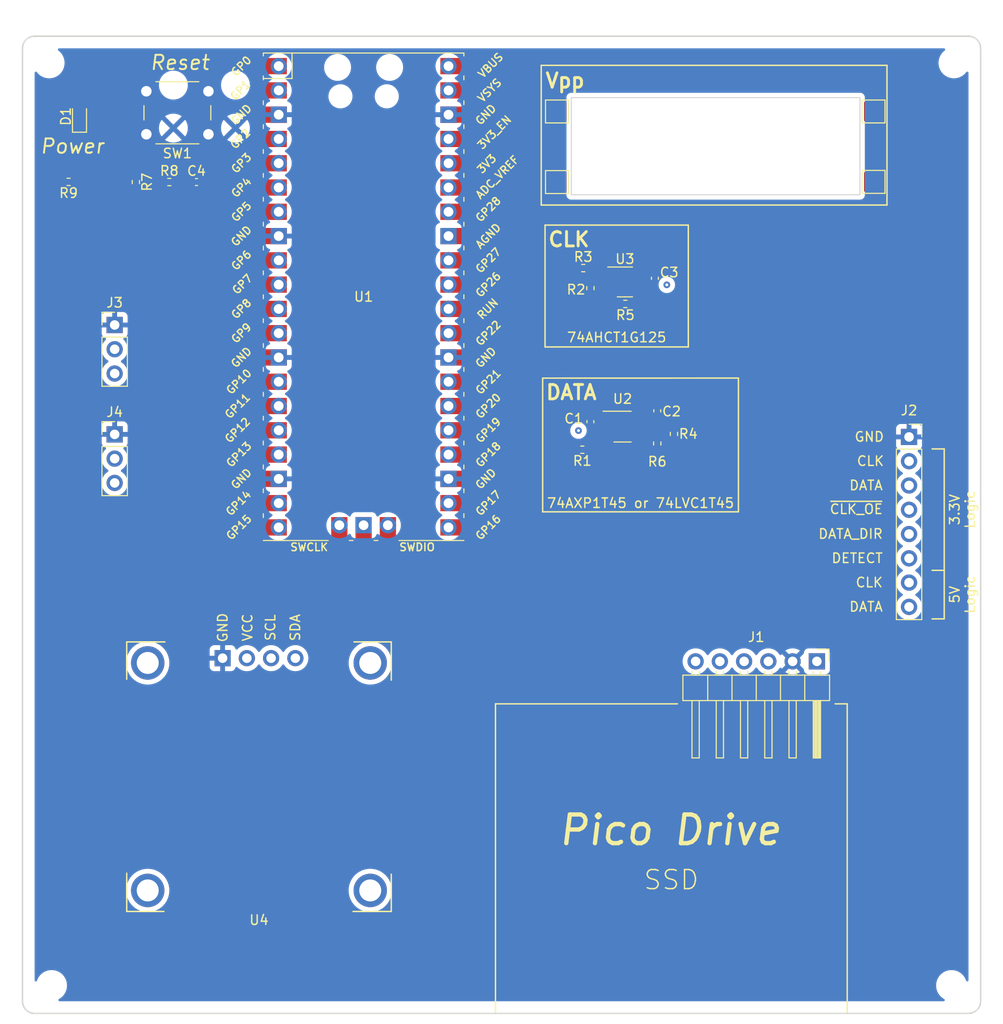
<source format=kicad_pcb>
(kicad_pcb (version 20211014) (generator pcbnew)
  (layers (0 "F.Cu" signal) (31 "B.Cu" power) (34 "B.Paste" user) (35 "F.Paste" user) (36 "B.SilkS" user "B.Silkscreen") (37 "F.SilkS" user "F.Silkscreen") (38 "B.Mask" user) (39 "F.Mask" user) (44 "Edge.Cuts" user))
  (net 0 "")
  (net 1 "GND")
  (net 2 "/UART0_TX")
  (net 21 "/UART0_RX")
  (net 22 "/I2C1_SDA")
  (net 23 "/I2C1_SCL")
  (net 24 "/UART1_TX")
  (net 25 "/UART1_RX")
  (net 28 "+3V3")
  (net 29 "+5V")
  (net 30 "/~{CLK_OE}")
  (net 31 "/~{RUN}")
  (net 32 "/DATA_3V3")
  (net 33 "/CLK_3V3")
  (net 34 "/DATA_DIR")
  (net 35 "/CLK_5V")
  (net 36 "/DATA_5V")
  (net 37 "Net-(R7-Pad2)")
  (net 38 "/Vpp_EN")
  (net 39 "/INSERT")
  (net 41 "Net-(D1-Pad2)")
  (footprint "Connector_PinHeader_2.54mm:PinHeader_1x03_P2.54mm_Vertical" (layer "F.Cu") (at 27.432 56.896)
    (fp_text reference "J4" (at 0 -2.33) (layer "F.SilkS"))
    (fp_text value "Conn_01x02_Male")
    (fp_line (start -1.33 1.27) (end -1.33 6.41) (layer "F.SilkS") (width 0.12))
    (fp_line (start 1.33 1.27) (end 1.33 6.41) (layer "F.SilkS") (width 0.12))
    (fp_line (start -1.33 6.41) (end 1.33 6.41) (layer "F.SilkS") (width 0.12))
    (fp_line (start -1.33 0) (end -1.33 -1.33) (layer "F.SilkS") (width 0.12))
    (fp_line (start -1.33 1.27) (end 1.33 1.27) (layer "F.SilkS") (width 0.12))
    (fp_line (start -1.33 -1.33) (end 0 -1.33) (layer "F.SilkS") (width 0.12))
    (pad "1" thru_hole rect (at 0 0) (size 1.7 1.7) (drill 1) (layers *.Cu *.Mask) (net 1 "GND"))
    (pad "2" thru_hole oval (at 0 2.54) (size 1.7 1.7) (drill 1) (layers *.Cu *.Mask) (net 24 "/UART1_TX"))
    (pad "3" thru_hole oval (at 0 5.08) (size 1.7 1.7) (drill 1) (layers *.Cu *.Mask) (net 25 "/UART1_RX"))
  )
  (footprint "Resistor_SMD:R_0402_1005Metric_Pad0.72x0.64mm_HandSolder" (layer "F.Cu") (at 86 56.8475 -90)
    (fp_text reference "R4" (at 0 -1.5 180) (layer "F.SilkS"))
    (fp_text value "47k")
    (fp_line (start -0.167621 -0.38) (end 0.167621 -0.38) (layer "F.SilkS") (width 0.12))
    (fp_line (start -0.167621 0.38) (end 0.167621 0.38) (layer "F.SilkS") (width 0.12))
    (pad "1" smd roundrect (at -0.5975 0 270) (size 0.715 0.64) (layers "F.Cu" "F.Paste" "F.Mask") (net 34 "/DATA_DIR"))
    (pad "2" smd roundrect (at 0.5975 0 270) (size 0.715 0.64) (layers "F.Cu" "F.Paste" "F.Mask") (net 1 "GND"))
  )
  (footprint "MountingHole:MountingHole_2.2mm_M2" (layer "F.Cu") (at 20.574 18.034)
    (fp_text reference "H2" hide)
    (fp_text value "MountingHole")
    (pad "" np_thru_hole circle (at 0 0) (size 2.2 2.2) (drill 2.2) (layers *.Cu *.Mask))
  )
  (footprint "Connector_PinHeader_2.54mm:PinHeader_1x06_P2.54mm_Horizontal" (layer "F.Cu") (at 100.965 80.645 -90)
    (fp_text reference "J1" (at -2.54 6.35 180) (layer "F.SilkS"))
    (fp_text value "Conn_01x06_Male")
    (fp_line (start 1.042929 13.08) (end 1.44 13.08) (layer "F.SilkS") (width 0.12))
    (fp_line (start 10.1 7.24) (end 10.1 8) (layer "F.SilkS") (width 0.12))
    (fp_line (start 4.1 0.04) (end 10.1 0.04) (layer "F.SilkS") (width 0.12))
    (fp_line (start 4.1 0.28) (end 10.1 0.28) (layer "F.SilkS") (width 0.12))
    (fp_line (start 4.1 7.24) (end 10.1 7.24) (layer "F.SilkS") (width 0.12))
    (fp_line (start 10.1 13.08) (end 4.1 13.08) (layer "F.SilkS") (width 0.12))
    (fp_line (start 10.1 4.7) (end 10.1 5.46) (layer "F.SilkS") (width 0.12))
    (fp_line (start -1.27 -1.27) (end 0 -1.27) (layer "F.SilkS") (width 0.12))
    (fp_line (start 10.1 5.46) (end 4.1 5.46) (layer "F.SilkS") (width 0.12))
    (fp_line (start 10.1 -0.38) (end 10.1 0.38) (layer "F.SilkS") (width 0.12))
    (fp_line (start 4.1 0.16) (end 10.1 0.16) (layer "F.SilkS") (width 0.12))
    (fp_line (start 4.1 4.7) (end 10.1 4.7) (layer "F.SilkS") (width 0.12))
    (fp_line (start 1.44 -1.33) (end 1.44 14.03) (layer "F.SilkS") (width 0.12))
    (fp_line (start 4.1 -0.2) (end 10.1 -0.2) (layer "F.SilkS") (width 0.12))
    (fp_line (start 10.1 8) (end 4.1 8) (layer "F.SilkS") (width 0.12))
    (fp_line (start 1.042929 2.16) (end 1.44 2.16) (layer "F.SilkS") (width 0.12))
    (fp_line (start 10.1 10.54) (end 4.1 10.54) (layer "F.SilkS") (width 0.12))
    (fp_line (start 1.44 8.89) (end 4.1 8.89) (layer "F.SilkS") (width 0.12))
    (fp_line (start 4.1 14.03) (end 4.1 -1.33) (layer "F.SilkS") (width 0.12))
    (fp_line (start 4.1 -0.32) (end 10.1 -0.32) (layer "F.SilkS") (width 0.12))
    (fp_line (start 1.042929 8) (end 1.44 8) (layer "F.SilkS") (width 0.12))
    (fp_line (start 1.042929 2.92) (end 1.44 2.92) (layer "F.SilkS") (width 0.12))
    (fp_line (start 1.042929 12.32) (end 1.44 12.32) (layer "F.SilkS") (width 0.12))
    (fp_line (start 4.1 12.32) (end 10.1 12.32) (layer "F.SilkS") (width 0.12))
    (fp_line (start -1.27 0) (end -1.27 -1.27) (layer "F.SilkS") (width 0.12))
    (fp_line (start 10.1 2.92) (end 4.1 2.92) (layer "F.SilkS") (width 0.12))
    (fp_line (start 10.1 2.16) (end 10.1 2.92) (layer "F.SilkS") (width 0.12))
    (fp_line (start 1.11 0.38) (end 1.44 0.38) (layer "F.SilkS") (width 0.12))
    (fp_line (start 4.1 -0.38) (end 10.1 -0.38) (layer "F.SilkS") (width 0.12))
    (fp_line (start 1.44 11.43) (end 4.1 11.43) (layer "F.SilkS") (width 0.12))
    (fp_line (start 1.44 6.35) (end 4.1 6.35) (layer "F.SilkS") (width 0.12))
    (fp_line (start 4.1 -1.33) (end 1.44 -1.33) (layer "F.SilkS") (width 0.12))
    (fp_line (start 1.44 1.27) (end 4.1 1.27) (layer "F.SilkS") (width 0.12))
    (fp_line (start 1.44 3.81) (end 4.1 3.81) (layer "F.SilkS") (width 0.12))
    (fp_line (start 10.1 12.32) (end 10.1 13.08) (layer "F.SilkS") (width 0.12))
    (fp_line (start 4.1 2.16) (end 10.1 2.16) (layer "F.SilkS") (width 0.12))
    (fp_line (start 1.042929 10.54) (end 1.44 10.54) (layer "F.SilkS") (width 0.12))
    (fp_line (start 1.11 -0.38) (end 1.44 -0.38) (layer "F.SilkS") (width 0.12))
    (fp_line (start 10.1 9.78) (end 10.1 10.54) (layer "F.SilkS") (width 0.12))
    (fp_line (start 1.44 14.03) (end 4.1 14.03) (layer "F.SilkS") (width 0.12))
    (fp_line (start 1.042929 9.78) (end 1.44 9.78) (layer "F.SilkS") (width 0.12))
    (fp_line (start 4.1 9.78) (end 10.1 9.78) (layer "F.SilkS") (width 0.12))
    (fp_line (start 4.1 -0.08) (end 10.1 -0.08) (layer "F.SilkS") (width 0.12))
    (fp_line (start 1.042929 5.46) (end 1.44 5.46) (layer "F.SilkS") (width 0.12))
    (fp_line (start 10.1 0.38) (end 4.1 0.38) (layer "F.SilkS") (width 0.12))
    (fp_line (start 1.042929 7.24) (end 1.44 7.24) (layer "F.SilkS") (width 0.12))
    (fp_line (start 1.042929 4.7) (end 1.44 4.7) (layer "F.SilkS") (width 0.12))
    (pad "1" thru_hole rect (at 0 0 270) (size 1.7 1.7) (drill 1) (layers *.Cu *.Mask) (net 35 "/CLK_5V"))
    (pad "2" thru_hole circle (at 0 2.54 270) (size 1.7 1.7) (drill 1) (layers *.Cu *.Mask) (net 1 "GND"))
    (pad "3" thru_hole oval (at 0 5.08 270) (size 1.7 1.7) (drill 1) (layers *.Cu *.Mask))
    (pad "4" thru_hole oval (at 0 7.62 270) (size 1.7 1.7) (drill 1) (layers *.Cu *.Mask))
    (pad "5" thru_hole oval (at 0 10.16 270) (size 1.7 1.7) (drill 1) (layers *.Cu *.Mask) (net 29 "+5V"))
    (pad "6" thru_hole oval (at 0 12.7 270) (size 1.7 1.7) (drill 1) (layers *.Cu *.Mask) (net 36 "/DATA_5V"))
  )
  (footprint "Resistor_SMD:R_0402_1005Metric_Pad0.72x0.64mm_HandSolder" (layer "F.Cu") (at 80.9025 43.25 180)
    (fp_text reference "R5" (at 0 -1.17) (layer "F.SilkS"))
    (fp_text value "47k")
    (fp_line (start -0.167621 0.38) (end 0.167621 0.38) (layer "F.SilkS") (width 0.12))
    (fp_line (start -0.167621 -0.38) (end 0.167621 -0.38) (layer "F.SilkS") (width 0.12))
    (pad "1" smd roundrect (at -0.5975 0 180) (size 0.715 0.64) (layers "F.Cu" "F.Paste" "F.Mask") (net 35 "/CLK_5V"))
    (pad "2" smd roundrect (at 0.5975 0 180) (size 0.715 0.64) (layers "F.Cu" "F.Paste" "F.Mask") (net 1 "GND"))
  )
  (footprint "MountingHole:MountingHole_2.2mm_M2" (layer "F.Cu") (at 115.062 114.554)
    (fp_text reference "H4" hide)
    (fp_text value "MountingHole")
    (pad "" np_thru_hole circle (at 0 0) (size 2.2 2.2) (drill 2.2) (layers *.Cu *.Mask))
  )
  (footprint "LED_SMD:LED_0603_1608Metric_Pad1.05x0.95mm_HandSolder" (layer "F.Cu") (at 23.75 23.625 90)
    (fp_text reference "D1" (at 0 -1.43 90) (layer "F.SilkS"))
    (fp_text value "LED")
    (fp_line (start 0.8 -0.735) (end -1.66 -0.735) (layer "F.SilkS") (width 0.12))
    (fp_line (start -1.66 -0.735) (end -1.66 0.735) (layer "F.SilkS") (width 0.12))
    (fp_line (start -1.66 0.735) (end 0.8 0.735) (layer "F.SilkS") (width 0.12))
    (pad "1" smd roundrect (at -0.875 0 90) (size 1.05 0.95) (layers "F.Cu" "F.Paste" "F.Mask") (net 1 "GND"))
    (pad "2" smd roundrect (at 0.875 0 90) (size 1.05 0.95) (layers "F.Cu" "F.Paste" "F.Mask") (net 41 "Net-(D1-Pad2)"))
  )
  (footprint "RP-Pico Libraries:RPi_Pico_SMD_TH" (layer "F.Cu") (at 53.5 42.5)
    (fp_text reference "U1" (at 0 0) (layer "F.SilkS"))
    (fp_text value "Pico")
    (fp_text user "SWDIO" (at 5.6 26.2) (layer "F.SilkS") (effects (font (size 0.8 0.8))))
    (fp_text user "GND" (at 12.8 19.05 45) (layer "F.SilkS") (effects (font (size 0.8 0.8))))
    (fp_text user "AGND" (at 13.054 -6.35 45) (layer "F.SilkS") (effects (font (size 0.8 0.8))))
    (fp_text user "VSYS" (at 13.2 -21.59 45) (layer "F.SilkS") (effects (font (size 0.8 0.8))))
    (fp_text user "GP20" (at 13.054 11.43 45) (layer "F.SilkS") (effects (font (size 0.8 0.8))))
    (fp_text user "GND" (at -12.8 -19.05 45) (layer "F.SilkS") (effects (font (size 0.8 0.8))))
    (fp_text user "GP0" (at -12.8 -24.13 45) (layer "F.SilkS") (effects (font (size 0.8 0.8))))
    (fp_text user "GP16" (at 13.054 24.13 45) (layer "F.SilkS") (effects (font (size 0.8 0.8))))
    (fp_text user "GP26" (at 13.054 -1.27 45) (layer "F.SilkS") (effects (font (size 0.8 0.8))))
    (fp_text user "GND" (at 12.8 -19.05 45) (layer "F.SilkS") (effects (font (size 0.8 0.8))))
    (fp_text user "GP14" (at -13.1 21.59 45) (layer "F.SilkS") (effects (font (size 0.8 0.8))))
    (fp_text user "GP2" (at -12.9 -16.51 45) (layer "F.SilkS") (effects (font (size 0.8 0.8))))
    (fp_text user "GND" (at -12.8 19.05 45) (layer "F.SilkS") (effects (font (size 0.8 0.8))))
    (fp_text user "VBUS" (at 13.3 -24.2 45) (layer "F.SilkS") (effects (font (size 0.8 0.8))))
    (fp_text user "GP8" (at -12.8 1.27 45) (layer "F.SilkS") (effects (font (size 0.8 0.8))))
    (fp_text user "GP18" (at 13.054 16.51 45) (layer "F.SilkS") (effects (font (size 0.8 0.8))))
    (fp_text user "GP17" (at 13.054 21.59 45) (layer "F.SilkS") (effects (font (size 0.8 0.8))))
    (fp_text user "SWCLK" (at -5.7 26.2) (layer "F.SilkS") (effects (font (size 0.8 0.8))))
    (fp_text user "GP13" (at -13.054 16.51 45) (layer "F.SilkS") (effects (font (size 0.8 0.8))))
    (fp_text user "GND" (at -12.8 -6.35 45) (layer "F.SilkS") (effects (font (size 0.8 0.8))))
    (fp_text user "GP27" (at 13.054 -3.8 45) (layer "F.SilkS") (effects (font (size 0.8 0.8))))
    (fp_text user "GP19" (at 13.054 13.97 45) (layer "F.SilkS") (effects (font (size 0.8 0.8))))
    (fp_text user "GP22" (at 13.054 3.81 45) (layer "F.SilkS") (effects (font (size 0.8 0.8))))
    (fp_text user "GP12" (at -13.2 13.97 45) (layer "F.SilkS") (effects (font (size 0.8 0.8))))
    (fp_text user "ADC_VREF" (at 14 -12.5 45) (layer "F.SilkS") (effects (font (size 0.8 0.8))))
    (fp_text user "GND" (at -12.8 6.35 45) (layer "F.SilkS") (effects (font (size 0.8 0.8))))
    (fp_text user "GP7" (at -12.7 -1.3 45) (layer "F.SilkS") (effects (font (size 0.8 0.8))))
    (fp_text user "GP9" (at -12.8 3.81 45) (layer "F.SilkS") (effects (font (size 0.8 0.8))))
    (fp_text user "GP15" (at -13.054 24.13 45) (layer "F.SilkS") (effects (font (size 0.8 0.8))))
    (fp_text user "GP6" (at -12.8 -3.81 45) (layer "F.SilkS") (effects (font (size 0.8 0.8))))
    (fp_text user "RUN" (at 13 1.27 45) (layer "F.SilkS") (effects (font (size 0.8 0.8))))
    (fp_text user "GND" (at 12.8 6.35 45) (layer "F.SilkS") (effects (font (size 0.8 0.8))))
    (fp_text user "GP4" (at -12.8 -11.43 45) (layer "F.SilkS") (effects (font (size 0.8 0.8))))
    (fp_text user "GP10" (at -13.054 8.89 45) (layer "F.SilkS") (effects (font (size 0.8 0.8))))
    (fp_text user "3V3" (at 12.9 -13.9 45) (layer "F.SilkS") (effects (font (size 0.8 0.8))))
    (fp_text user "GP28" (at 13.054 -9.144 45) (layer "F.SilkS") (effects (font (size 0.8 0.8))))
    (fp_text user "GP5" (at -12.8 -8.89 45) (layer "F.SilkS") (effects (font (size 0.8 0.8))))
    (fp_text user "GP3" (at -12.8 -13.97 45) (layer "F.SilkS") (effects (font (size 0.8 0.8))))
    (fp_text user "GP1" (at -12.9 -21.6 45) (layer "F.SilkS") (effects (font (size 0.8 0.8))))
    (fp_text user "3V3_EN" (at 13.7 -17.2 45) (layer "F.SilkS") (effects (font (size 0.8 0.8))))
    (fp_text user "GP11" (at -13.2 11.43 45) (layer "F.SilkS") (effects (font (size 0.8 0.8))))
    (fp_text user "GP21" (at 13.054 8.9 45) (layer "F.SilkS") (effects (font (size 0.8 0.8))))
    (fp_line (start 10.5 15.1) (end 10.5 15.5) (layer "F.SilkS") (width 0.12))
    (fp_line (start -10.5 4.9) (end -10.5 5.3) (layer "F.SilkS") (width 0.12))
    (fp_line (start -10.5 -25.5) (end -10.5 -25.2) (layer "F.SilkS") (width 0.12))
    (fp_line (start 10.5 12.5) (end 10.5 12.9) (layer "F.SilkS") (width 0.12))
    (fp_line (start -10.5 -0.2) (end -10.5 0.2) (layer "F.SilkS") (width 0.12))
    (fp_line (start 10.5 -15.4) (end 10.5 -15) (layer "F.SilkS") (width 0.12))
    (fp_line (start 10.5 -20.5) (end 10.5 -20.1) (layer "F.SilkS") (width 0.12))
    (fp_line (start 10.5 -18) (end 10.5 -17.6) (layer "F.SilkS") (width 0.12))
    (fp_line (start 10.5 -2.7) (end 10.5 -2.3) (layer "F.SilkS") (width 0.12))
    (fp_line (start -10.5 15.1) (end -10.5 15.5) (layer "F.SilkS") (width 0.12))
    (fp_line (start -10.5 -23.1) (end -10.5 -22.7) (layer "F.SilkS") (width 0.12))
    (fp_line (start -10.5 12.5) (end -10.5 12.9) (layer "F.SilkS") (width 0.12))
    (fp_line (start 10.5 -7.8) (end 10.5 -7.4) (layer "F.SilkS") (width 0.12))
    (fp_line (start -10.5 -15.4) (end -10.5 -15) (layer "F.SilkS") (width 0.12))
    (fp_line (start -3.7 25.5) (end -10.5 25.5) (layer "F.SilkS") (width 0.12))
    (fp_line (start 10.5 -23.1) (end 10.5 -22.7) (layer "F.SilkS") (width 0.12))
    (fp_line (start 10.5 -12.9) (end 10.5 -12.5) (layer "F.SilkS") (width 0.12))
    (fp_line (start 10.5 -0.2) (end 10.5 0.2) (layer "F.SilkS") (width 0.12))
    (fp_line (start 10.5 7.4) (end 10.5 7.8) (layer "F.SilkS") (width 0.12))
    (fp_line (start -10.5 -18) (end -10.5 -17.6) (layer "F.SilkS") (width 0.12))
    (fp_line (start -10.5 2.3) (end -10.5 2.7) (layer "F.SilkS") (width 0.12))
    (fp_line (start -10.5 -20.5) (end -10.5 -20.1) (layer "F.SilkS") (width 0.12))
    (fp_line (start -10.5 -2.7) (end -10.5 -2.3) (layer "F.SilkS") (width 0.12))
    (fp_line (start -10.5 17.6) (end -10.5 18) (layer "F.SilkS") (width 0.12))
    (fp_line (start 10.5 25.5) (end 3.7 25.5) (layer "F.SilkS") (width 0.12))
    (fp_line (start -1.5 25.5) (end -1.1 25.5) (layer "F.SilkS") (width 0.12))
    (fp_line (start 10.5 17.6) (end 10.5 18) (layer "F.SilkS") (width 0.12))
    (fp_line (start 10.5 -10.4) (end 10.5 -10) (layer "F.SilkS") (width 0.12))
    (fp_line (start 10.5 10) (end 10.5 10.4) (layer "F.SilkS") (width 0.12))
    (fp_line (start -10.5 -5.3) (end -10.5 -4.9) (layer "F.SilkS") (width 0.12))
    (fp_line (start -7.493 -22.833) (end -7.493 -25.5) (layer "F.SilkS") (width 0.12))
    (fp_line (start -10.5 -10.4) (end -10.5 -10) (layer "F.SilkS") (width 0.12))
    (fp_line (start -10.5 20.1) (end -10.5 20.5) (layer "F.SilkS") (width 0.12))
    (fp_line (start -10.5 7.4) (end -10.5 7.8) (layer "F.SilkS") (width 0.12))
    (fp_line (start 10.5 4.9) (end 10.5 5.3) (layer "F.SilkS") (width 0.12))
    (fp_line (start -10.5 22.7) (end -10.5 23.1) (layer "F.SilkS") (width 0.12))
    (fp_line (start 10.5 20.1) (end 10.5 20.5) (layer "F.SilkS") (width 0.12))
    (fp_line (start 1.1 25.5) (end 1.5 25.5) (layer "F.SilkS") (width 0.12))
    (fp_line (start -10.5 -12.9) (end -10.5 -12.5) (layer "F.SilkS") (width 0.12))
    (fp_line (start 10.5 -25.5) (end 10.5 -25.2) (layer "F.SilkS") (width 0.12))
    (fp_line (start -10.5 10) (end -10.5 10.4) (layer "F.SilkS") (width 0.12))
    (fp_line (start 10.5 22.7) (end 10.5 23.1) (layer "F.SilkS") (width 0.12))
    (fp_line (start -10.5 -25.5) (end 10.5 -25.5) (layer "F.SilkS") (width 0.12))
    (fp_line (start 10.5 -5.3) (end 10.5 -4.9) (layer "F.SilkS") (width 0.12))
    (fp_line (start 10.5 2.3) (end 10.5 2.7) (layer "F.SilkS") (width 0.12))
    (fp_line (start -10.5 -7.8) (end -10.5 -7.4) (layer "F.SilkS") (width 0.12))
    (fp_line (start -10.5 -22.833) (end -7.493 -22.833) (layer "F.SilkS") (width 0.12))
    (pad "" np_thru_hole oval (at 2.425 -20.97) (size 1.5 1.5) (drill 1.5) (layers *.Cu *.Mask))
    (pad "" np_thru_hole oval (at 2.725 -24) (size 1.8 1.8) (drill 1.8) (layers *.Cu *.Mask))
    (pad "" np_thru_hole oval (at -2.725 -24) (size 1.8 1.8) (drill 1.8) (layers *.Cu *.Mask))
    (pad "" np_thru_hole oval (at -2.425 -20.97) (size 1.5 1.5) (drill 1.5) (layers *.Cu *.Mask))
    (pad "1" smd rect (at -8.89 -24.13) (size 3.5 1.7) (drill (offset -0.9 0)) (layers "F.Cu" "F.Mask") (net 2 "/UART0_TX"))
    (pad "1" thru_hole oval (at -8.89 -24.13) (size 1.7 1.7) (drill 1.02) (layers *.Cu *.Mask) (net 2 "/UART0_TX"))
    (pad "2" smd rect (at -8.89 -21.59) (size 3.5 1.7) (drill (offset -0.9 0)) (layers "F.Cu" "F.Mask") (net 21 "/UART0_RX"))
    (pad "2" thru_hole oval (at -8.89 -21.59) (size 1.7 1.7) (drill 1.02) (layers *.Cu *.Mask) (net 21 "/UART0_RX"))
    (pad "3" smd rect (at -8.89 -19.05) (size 3.5 1.7) (drill (offset -0.9 0)) (layers "F.Cu" "F.Mask") (net 1 "GND"))
    (pad "3" thru_hole rect (at -8.89 -19.05) (size 1.7 1.7) (drill 1.02) (layers *.Cu *.Mask) (net 1 "GND"))
    (pad "4" thru_hole oval (at -8.89 -16.51) (size 1.7 1.7) (drill 1.02) (layers *.Cu *.Mask))
    (pad "4" smd rect (at -8.89 -16.51) (size 3.5 1.7) (drill (offset -0.9 0)) (layers "F.Cu" "F.Mask"))
    (pad "5" smd rect (at -8.89 -13.97) (size 3.5 1.7) (drill (offset -0.9 0)) (layers "F.Cu" "F.Mask"))
    (pad "5" thru_hole oval (at -8.89 -13.97) (size 1.7 1.7) (drill 1.02) (layers *.Cu *.Mask))
    (pad "6" thru_hole oval (at -8.89 -11.43) (size 1.7 1.7) (drill 1.02) (layers *.Cu *.Mask))
    (pad "6" smd rect (at -8.89 -11.43) (size 3.5 1.7) (drill (offset -0.9 0)) (layers "F.Cu" "F.Mask"))
    (pad "7" smd rect (at -8.89 -8.89) (size 3.5 1.7) (drill (offset -0.9 0)) (layers "F.Cu" "F.Mask"))
    (pad "7" thru_hole oval (at -8.89 -8.89) (size 1.7 1.7) (drill 1.02) (layers *.Cu *.Mask))
    (pad "8" thru_hole rect (at -8.89 -6.35) (size 1.7 1.7) (drill 1.02) (layers *.Cu *.Mask) (net 1 "GND"))
    (pad "8" smd rect (at -8.89 -6.35) (size 3.5 1.7) (drill (offset -0.9 0)) (layers "F.Cu" "F.Mask") (net 1 "GND"))
    (pad "9" smd rect (at -8.89 -3.81) (size 3.5 1.7) (drill (offset -0.9 0)) (layers "F.Cu" "F.Mask") (net 22 "/I2C1_SDA"))
    (pad "9" thru_hole oval (at -8.89 -3.81) (size 1.7 1.7) (drill 1.02) (layers *.Cu *.Mask) (net 22 "/I2C1_SDA"))
    (pad "10" thru_hole oval (at -8.89 -1.27) (size 1.7 1.7) (drill 1.02) (layers *.Cu *.Mask) (net 23 "/I2C1_SCL"))
    (pad "10" smd rect (at -8.89 -1.27) (size 3.5 1.7) (drill (offset -0.9 0)) (layers "F.Cu" "F.Mask") (net 23 "/I2C1_SCL"))
    (pad "11" smd rect (at -8.89 1.27) (size 3.5 1.7) (drill (offset -0.9 0)) (layers "F.Cu" "F.Mask") (net 24 "/UART1_TX"))
    (pad "11" thru_hole oval (at -8.89 1.27) (size 1.7 1.7) (drill 1.02) (layers *.Cu *.Mask) (net 24 "/UART1_TX"))
    (pad "12" smd rect (at -8.89 3.81) (size 3.5 1.7) (drill (offset -0.9 0)) (layers "F.Cu" "F.Mask") (net 25 "/UART1_RX"))
    (pad "12" thru_hole oval (at -8.89 3.81) (size 1.7 1.7) (drill 1.02) (layers *.Cu *.Mask) (net 25 "/UART1_RX"))
    (pad "13" smd rect (at -8.89 6.35) (size 3.5 1.7) (drill (offset -0.9 0)) (layers "F.Cu" "F.Mask") (net 1 "GND"))
    (pad "13" thru_hole rect (at -8.89 6.35) (size 1.7 1.7) (drill 1.02) (layers *.Cu *.Mask) (net 1 "GND"))
    (pad "14" thru_hole oval (at -8.89 8.89) (size 1.7 1.7) (drill 1.02) (layers *.Cu *.Mask))
    (pad "14" smd rect (at -8.89 8.89) (size 3.5 1.7) (drill (offset -0.9 0)) (layers "F.Cu" "F.Mask"))
    (pad "15" smd rect (at -8.89 11.43) (size 3.5 1.7) (drill (offset -0.9 0)) (layers "F.Cu" "F.Mask"))
    (pad "15" thru_hole oval (at -8.89 11.43) (size 1.7 1.7) (drill 1.02) (layers *.Cu *.Mask))
    (pad "16" thru_hole oval (at -8.89 13.97) (size 1.7 1.7) (drill 1.02) (layers *.Cu *.Mask))
    (pad "16" smd rect (at -8.89 13.97) (size 3.5 1.7) (drill (offset -0.9 0)) (layers "F.Cu" "F.Mask"))
    (pad "17" thru_hole oval (at -8.89 16.51) (size 1.7 1.7) (drill 1.02) (layers *.Cu *.Mask))
    (pad "17" smd rect (at -8.89 16.51) (size 3.5 1.7) (drill (offset -0.9 0)) (layers "F.Cu" "F.Mask"))
    (pad "18" smd rect (at -8.89 19.05) (size 3.5 1.7) (drill (offset -0.9 0)) (layers "F.Cu" "F.Mask") (net 1 "GND"))
    (pad "18" thru_hole rect (at -8.89 19.05) (size 1.7 1.7) (drill 1.02) (layers *.Cu *.Mask) (net 1 "GND"))
    (pad "19" thru_hole oval (at -8.89 21.59) (size 1.7 1.7) (drill 1.02) (layers *.Cu *.Mask))
    (pad "19" smd rect (at -8.89 21.59) (size 3.5 1.7) (drill (offset -0.9 0)) (layers "F.Cu" "F.Mask"))
    (pad "20" thru_hole oval (at -8.89 24.13) (size 1.7 1.7) (drill 1.02) (layers *.Cu *.Mask))
    (pad "20" smd rect (at -8.89 24.13) (size 3.5 1.7) (drill (offset -0.9 0)) (layers "F.Cu" "F.Mask"))
    (pad "21" smd rect (at 8.89 24.13) (size 3.5 1.7) (drill (offset 0.9 0)) (layers "F.Cu" "F.Mask") (net 33 "/CLK_3V3"))
    (pad "21" thru_hole oval (at 8.89 24.13) (size 1.7 1.7) (drill 1.02) (layers *.Cu *.Mask) (net 33 "/CLK_3V3"))
    (pad "22" thru_hole oval (at 8.89 21.59) (size 1.7 1.7) (drill 1.02) (layers *.Cu *.Mask) (net 32 "/DATA_3V3"))
    (pad "22" smd rect (at 8.89 21.59) (size 3.5 1.7) (drill (offset 0.9 0)) (layers "F.Cu" "F.Mask") (net 32 "/DATA_3V3"))
    (pad "23" thru_hole rect (at 8.89 19.05) (size 1.7 1.7) (drill 1.02) (layers *.Cu *.Mask) (net 1 "GND"))
    (pad "23" smd rect (at 8.89 19.05) (size 3.5 1.7) (drill (offset 0.9 0)) (layers "F.Cu" "F.Mask") (net 1 "GND"))
    (pad "24" smd rect (at 8.89 16.51) (size 3.5 1.7) (drill (offset 0.9 0)) (layers "F.Cu" "F.Mask") (net 34 "/DATA_DIR"))
    (pad "24" thru_hole oval (at 8.89 16.51) (size 1.7 1.7) (drill 1.02) (layers *.Cu *.Mask) (net 34 "/DATA_DIR"))
    (pad "25" smd rect (at 8.89 13.97) (size 3.5 1.7) (drill (offset 0.9 0)) (layers "F.Cu" "F.Mask") (net 30 "/~{CLK_OE}"))
    (pad "25" thru_hole oval (at 8.89 13.97) (size 1.7 1.7) (drill 1.02) (layers *.Cu *.Mask) (net 30 "/~{CLK_OE}"))
    (pad "26" smd rect (at 8.89 11.43) (size 3.5 1.7) (drill (offset 0.9 0)) (layers "F.Cu" "F.Mask") (net 38 "/Vpp_EN"))
    (pad "26" thru_hole oval (at 8.89 11.43) (size 1.7 1.7) (drill 1.02) (layers *.Cu *.Mask) (net 38 "/Vpp_EN"))
    (pad "27" smd rect (at 8.89 8.89) (size 3.5 1.7) (drill (offset 0.9 0)) (layers "F.Cu" "F.Mask") (net 39 "/INSERT"))
    (pad "27" thru_hole oval (at 8.89 8.89) (size 1.7 1.7) (drill 1.02) (layers *.Cu *.Mask) (net 39 "/INSERT"))
    (pad "28" thru_hole rect (at 8.89 6.35) (size 1.7 1.7) (drill 1.02) (layers *.Cu *.Mask) (net 1 "GND"))
    (pad "28" smd rect (at 8.89 6.35) (size 3.5 1.7) (drill (offset 0.9 0)) (layers "F.Cu" "F.Mask") (net 1 "GND"))
    (pad "29" smd rect (at 8.89 3.81) (size 3.5 1.7) (drill (offset 0.9 0)) (layers "F.Cu" "F.Mask"))
    (pad "29" thru_hole oval (at 8.89 3.81) (size 1.7 1.7) (drill 1.02) (layers *.Cu *.Mask))
    (pad "30" thru_hole oval (at 8.89 1.27) (size 1.7 1.7) (drill 1.02) (layers *.Cu *.Mask) (net 31 "/~{RUN}"))
    (pad "30" smd rect (at 8.89 1.27) (size 3.5 1.7) (drill (offset 0.9 0)) (layers "F.Cu" "F.Mask") (net 31 "/~{RUN}"))
    (pad "31" smd rect (at 8.89 -1.27) (size 3.5 1.7) (drill (offset 0.9 0)) (layers "F.Cu" "F.Mask"))
    (pad "31" thru_hole oval (at 8.89 -1.27) (size 1.7 1.7) (drill 1.02) (layers *.Cu *.Mask))
    (pad "32" thru_hole oval (at 8.89 -3.81) (size 1.7 1.7) (drill 1.02) (layers *.Cu *.Mask))
    (pad "32" smd rect (at 8.89 -3.81) (size 3.5 1.7) (drill (offset 0.9 0)) (layers "F.Cu" "F.Mask"))
    (pad "33" thru_hole rect (at 8.89 -6.35) (size 1.7 1.7) (drill 1.02) (layers *.Cu *.Mask))
    (pad "33" smd rect (at 8.89 -6.35) (size 3.5 1.7) (drill (offset 0.9 0)) (layers "F.Cu" "F.Mask"))
    (pad "34" thru_hole oval (at 8.89 -8.89) (size 1.7 1.7) (drill 1.02) (layers *.Cu *.Mask))
    (pad "34" smd rect (at 8.89 -8.89) (size 3.5 1.7) (drill (offset 0.9 0)) (layers "F.Cu" "F.Mask"))
    (pad "35" thru_hole oval (at 8.89 -11.43) (size 1.7 1.7) (drill 1.02) (layers *.Cu *.Mask))
    (pad "35" smd rect (at 8.89 -11.43) (size 3.5 1.7) (drill (offset 0.9 0)) (layers "F.Cu" "F.Mask"))
    (pad "36" thru_hole oval (at 8.89 -13.97) (size 1.7 1.7) (drill 1.02) (layers *.Cu *.Mask) (net 28 "+3V3"))
    (pad "36" smd rect (at 8.89 -13.97) (size 3.5 1.7) (drill (offset 0.9 0)) (layers "F.Cu" "F.Mask") (net 28 "+3V3"))
    (pad "37" thru_hole oval (at 8.89 -16.51) (size 1.7 1.7) (drill 1.02) (layers *.Cu *.Mask))
    (pad "37" smd rect (at 8.89 -16.51) (size 3.5 1.7) (drill (offset 0.9 0)) (layers "F.Cu" "F.Mask"))
    (pad "38" smd rect (at 8.89 -19.05) (size 3.5 1.7) (drill (offset 0.9 0)) (layers "F.Cu" "F.Mask") (net 1 "GND"))
    (pad "38" thru_hole rect (at 8.89 -19.05) (size 1.7 1.7) (drill 1.02) (layers *.Cu *.Mask) (net 1 "GND"))
    (pad "39" thru_hole oval (at 8.89 -21.59) (size 1.7 1.7) (drill 1.02) (layers *.Cu *.Mask))
    (pad "39" smd rect (at 8.89 -21.59) (size 3.5 1.7) (drill (offset 0.9 0)) (layers "F.Cu" "F.Mask"))
    (pad "40" smd rect (at 8.89 -24.13) (size 3.5 1.7) (drill (offset 0.9 0)) (layers "F.Cu" "F.Mask") (net 29 "+5V"))
    (pad "40" thru_hole oval (at 8.89 -24.13) (size 1.7 1.7) (drill 1.02) (layers *.Cu *.Mask) (net 29 "+5V"))
    (pad "41" smd rect (at -2.54 23.9 90) (size 3.5 1.7) (drill (offset -0.9 0)) (layers "F.Cu" "F.Mask"))
    (pad "41" thru_hole oval (at -2.54 23.9) (size 1.7 1.7) (drill 1.02) (layers *.Cu *.Mask))
    (pad "42" thru_hole rect (at 0 23.9) (size 1.7 1.7) (drill 1.02) (layers *.Cu *.Mask))
    (pad "42" smd rect (at 0 23.9 90) (size 3.5 1.7) (drill (offset -0.9 0)) (layers "F.Cu" "F.Mask"))
    (pad "43" smd rect (at 2.54 23.9 90) (size 3.5 1.7) (drill (offset -0.9 0)) (layers "F.Cu" "F.Mask"))
    (pad "43" thru_hole oval (at 2.54 23.9) (size 1.7 1.7) (drill 1.02) (layers *.Cu *.Mask))
  )
  (footprint "Resistor_SMD:R_0402_1005Metric_Pad0.72x0.64mm_HandSolder" (layer "F.Cu") (at 33.1525 30.5)
    (fp_text reference "R8" (at 0 -1.17) (layer "F.SilkS"))
    (fp_text value "100")
    (fp_line (start -0.167621 -0.38) (end 0.167621 -0.38) (layer "F.SilkS") (width 0.12))
    (fp_line (start -0.167621 0.38) (end 0.167621 0.38) (layer "F.SilkS") (width 0.12))
    (pad "1" smd roundrect (at -0.5975 0) (size 0.715 0.64) (layers "F.Cu" "F.Paste" "F.Mask") (net 37 "Net-(R7-Pad2)"))
    (pad "2" smd roundrect (at 0.5975 0) (size 0.715 0.64) (layers "F.Cu" "F.Paste" "F.Mask") (net 31 "/~{RUN}"))
  )
  (footprint "TestPoint:TestPoint_Pad_2.0x2.0mm" (layer "F.Cu") (at 106.897 30.48)
    (fp_text reference "REF**" hide)
    (fp_text value "TestPoint_Pad_2.0x2.0mm")
    (fp_line (start 1.2 -1.2) (end 1.2 1.2) (layer "F.SilkS") (width 0.12))
    (fp_line (start -1.2 -1.2) (end 1.2 -1.2) (layer "F.SilkS") (width 0.12))
    (fp_line (start 1.2 1.2) (end -1.2 1.2) (layer "F.SilkS") (width 0.12))
    (fp_line (start -1.2 1.2) (end -1.2 -1.2) (layer "F.SilkS") (width 0.12))
    (pad "1" smd rect (at 0 0) (size 2 2) (layers "F.Cu" "F.Mask"))
  )
  (footprint "TestPoint:TestPoint_Pad_2.0x2.0mm" (layer "F.Cu") (at 106.897 23.114)
    (fp_text reference "REF**" hide)
    (fp_text value "TestPoint_Pad_2.0x2.0mm")
    (fp_line (start 1.2 1.2) (end -1.2 1.2) (layer "F.SilkS") (width 0.12))
    (fp_line (start -1.2 -1.2) (end 1.2 -1.2) (layer "F.SilkS") (width 0.12))
    (fp_line (start -1.2 1.2) (end -1.2 -1.2) (layer "F.SilkS") (width 0.12))
    (fp_line (start 1.2 -1.2) (end 1.2 1.2) (layer "F.SilkS") (width 0.12))
    (pad "1" smd rect (at 0 0) (size 2 2) (layers "F.Cu" "F.Mask"))
  )
  (footprint "kiwih_kicad:OLED-I2C-Module-Aliexpress" (layer "F.Cu") (at 42.545 92.71)
    (fp_text reference "U4" (at 0 15) (layer "F.SilkS"))
    (fp_text value "OLED-I2C-Module-Aliexpress")
    (fp_text user "SDA" (at 3.8 -15.6 90) (layer "F.SilkS"))
    (fp_text user "VCC" (at -1.2 -15.6 90) (layer "F.SilkS"))
    (fp_text user "GND" (at -3.8 -15.6 90) (layer "F.SilkS"))
    (fp_text user "SCL" (at 1.2 -15.6 90) (layer "F.SilkS"))
    (fp_line (start 13.85 10.2) (end 13.85 14.1) (layer "F.SilkS") (width 0.15))
    (fp_line (start -13.85 14.1) (end -13.85 10.1) (layer "F.SilkS") (width 0.15))
    (fp_line (start 9.95 -14.1) (end 13.85 -14.1) (layer "F.SilkS") (width 0.15))
    (fp_line (start -13.85 -10.2) (end -13.85 -14.1) (layer "F.SilkS") (width 0.15))
    (fp_line (start -13.85 -14.1) (end -9.85 -14.1) (layer "F.SilkS") (width 0.15))
    (fp_line (start 13.85 -14.1) (end 13.85 -10.1) (layer "F.SilkS") (width 0.15))
    (fp_line (start 13.85 14.1) (end 9.85 14.1) (layer "F.SilkS") (width 0.15))
    (fp_line (start -9.95 14.1) (end -13.85 14.1) (layer "F.SilkS") (width 0.15))
    (pad "" thru_hole circle locked (at -11.65 11.9) (size 3.5 3.5) (drill 2.3) (layers *.Cu *.Mask))
    (pad "" thru_hole circle locked (at -11.65 -11.9) (size 3.5 3.5) (drill 2.3) (layers *.Cu *.Mask))
    (pad "" thru_hole circle locked (at 11.65 11.9) (size 3.5 3.5) (drill 2.3) (layers *.Cu *.Mask))
    (pad "" thru_hole circle locked (at 11.65 -11.9) (size 3.5 3.5) (drill 2.3) (layers *.Cu *.Mask))
    (pad "1" thru_hole rect locked (at -3.81 -12.4) (size 1.7 1.7) (drill 1) (layers *.Cu *.Mask) (net 1 "GND"))
    (pad "2" thru_hole circle locked (at -1.27 -12.4) (size 1.7 1.7) (drill 1) (layers *.Cu *.Mask) (net 28 "+3V3"))
    (pad "3" thru_hole circle locked (at 1.27 -12.4) (size 1.7 1.7) (drill 1) (layers *.Cu *.Mask) (net 23 "/I2C1_SCL"))
    (pad "4" thru_hole circle locked (at 3.81 -12.4) (size 1.7 1.7) (drill 1) (layers *.Cu *.Mask) (net 22 "/I2C1_SDA"))
  )
  (footprint "Capacitor_SMD:C_0402_1005Metric_Pad0.74x0.62mm_HandSolder" (layer "F.Cu") (at 77.25 55.5675 -90)
    (fp_text reference "C1" (at -0.3175 1.75 180) (layer "F.SilkS"))
    (fp_text value "100n")
    (fp_line (start -0.115835 0.36) (end 0.115835 0.36) (layer "F.SilkS") (width 0.12))
    (fp_line (start -0.115835 -0.36) (end 0.115835 -0.36) (layer "F.SilkS") (width 0.12))
    (pad "1" smd roundrect (at -0.5675 0 270) (size 0.735 0.62) (layers "F.Cu" "F.Paste" "F.Mask") (net 28 "+3V3"))
    (pad "2" smd roundrect (at 0.5675 0 270) (size 0.735 0.62) (layers "F.Cu" "F.Paste" "F.Mask") (net 1 "GND"))
  )
  (footprint "TestPoint:TestPoint_Pad_2.0x2.0mm" (layer "F.Cu") (at 73.75 23.114)
    (fp_text reference "REF**" hide)
    (fp_text value "TestPoint_Pad_2.0x2.0mm")
    (fp_line (start -1.2 -1.2) (end 1.2 -1.2) (layer "F.SilkS") (width 0.12))
    (fp_line (start 1.2 1.2) (end -1.2 1.2) (layer "F.SilkS") (width 0.12))
    (fp_line (start -1.2 1.2) (end -1.2 -1.2) (layer "F.SilkS") (width 0.12))
    (fp_line (start 1.2 -1.2) (end 1.2 1.2) (layer "F.SilkS") (width 0.12))
    (pad "1" smd rect (at 0 0) (size 2 2) (layers "F.Cu" "F.Mask"))
  )
  (footprint "Resistor_SMD:R_0402_1005Metric_Pad0.72x0.64mm_HandSolder" (layer "F.Cu") (at 29.6525 30.5 -90)
    (fp_text reference "R7" (at 0 -1.17 90) (layer "F.SilkS"))
    (fp_text value "10k")
    (fp_line (start -0.167621 0.38) (end 0.167621 0.38) (layer "F.SilkS") (width 0.12))
    (fp_line (start -0.167621 -0.38) (end 0.167621 -0.38) (layer "F.SilkS") (width 0.12))
    (pad "1" smd roundrect (at -0.5975 0 270) (size 0.715 0.64) (layers "F.Cu" "F.Paste" "F.Mask") (net 28 "+3V3"))
    (pad "2" smd roundrect (at 0.5975 0 270) (size 0.715 0.64) (layers "F.Cu" "F.Paste" "F.Mask") (net 37 "Net-(R7-Pad2)"))
  )
  (footprint "Capacitor_SMD:C_0402_1005Metric_Pad0.74x0.62mm_HandSolder" (layer "F.Cu") (at 84 40.5675 -90)
    (fp_text reference "C3" (at -0.6125 -1.5) (layer "F.SilkS"))
    (fp_text value "100n")
    (fp_line (start -0.115835 -0.36) (end 0.115835 -0.36) (layer "F.SilkS") (width 0.12))
    (fp_line (start -0.115835 0.36) (end 0.115835 0.36) (layer "F.SilkS") (width 0.12))
    (pad "1" smd roundrect (at -0.5675 0 270) (size 0.735 0.62) (layers "F.Cu" "F.Paste" "F.Mask") (net 29 "+5V"))
    (pad "2" smd roundrect (at 0.5675 0 270) (size 0.735 0.62) (layers "F.Cu" "F.Paste" "F.Mask") (net 1 "GND"))
  )
  (footprint "Package_TO_SOT_SMD:TSOT-23-5" (layer "F.Cu") (at 80.8625 40.95)
    (fp_text reference "U3" (at 0 -2.4) (layer "F.SilkS"))
    (fp_text value "74AHCT1G125")
    (fp_line (start 0 -1.56) (end 0.8 -1.56) (layer "F.SilkS") (width 0.12))
    (fp_line (start 0 1.56) (end 0.8 1.56) (layer "F.SilkS") (width 0.12))
    (fp_line (start 0 -1.56) (end -1.8 -1.56) (layer "F.SilkS") (width 0.12))
    (fp_line (start 0 1.56) (end -0.8 1.56) (layer "F.SilkS") (width 0.12))
    (pad "1" smd roundrect (at -1.1375 -0.95) (size 1.325 0.6) (layers "F.Cu" "F.Paste" "F.Mask") (net 30 "/~{CLK_OE}"))
    (pad "2" smd roundrect (at -1.1375 0) (size 1.325 0.6) (layers "F.Cu" "F.Paste" "F.Mask") (net 33 "/CLK_3V3"))
    (pad "3" smd roundrect (at -1.1375 0.95) (size 1.325 0.6) (layers "F.Cu" "F.Paste" "F.Mask") (net 1 "GND"))
    (pad "4" smd roundrect (at 1.1375 0.95) (size 1.325 0.6) (layers "F.Cu" "F.Paste" "F.Mask") (net 35 "/CLK_5V"))
    (pad "5" smd roundrect (at 1.1375 -0.95) (size 1.325 0.6) (layers "F.Cu" "F.Paste" "F.Mask") (net 29 "+5V"))
  )
  (footprint "Capacitor_SMD:C_0402_1005Metric_Pad0.74x0.62mm_HandSolder" (layer "F.Cu") (at 84.25 54.4325 90)
    (fp_text reference "C2" (at -0.0675 1.5 180) (layer "F.SilkS"))
    (fp_text value "100n")
    (fp_line (start -0.115835 -0.36) (end 0.115835 -0.36) (layer "F.SilkS") (width 0.12))
    (fp_line (start -0.115835 0.36) (end 0.115835 0.36) (layer "F.SilkS") (width 0.12))
    (pad "1" smd roundrect (at -0.5675 0 90) (size 0.735 0.62) (layers "F.Cu" "F.Paste" "F.Mask") (net 29 "+5V"))
    (pad "2" smd roundrect (at 0.5675 0 90) (size 0.735 0.62) (layers "F.Cu" "F.Paste" "F.Mask") (net 1 "GND"))
  )
  (footprint "Resistor_SMD:R_0402_1005Metric_Pad0.72x0.64mm_HandSolder" (layer "F.Cu") (at 22.606 30.48 180)
    (fp_text reference "R9" (at 0 -1.17) (layer "F.SilkS"))
    (fp_text value "330")
    (fp_line (start -0.167621 0.38) (end 0.167621 0.38) (layer "F.SilkS") (width 0.12))
    (fp_line (start -0.167621 -0.38) (end 0.167621 -0.38) (layer "F.SilkS") (width 0.12))
    (pad "1" smd roundrect (at -0.5975 0 180) (size 0.715 0.64) (layers "F.Cu" "F.Paste" "F.Mask") (net 28 "+3V3"))
    (pad "2" smd roundrect (at 0.5975 0 180) (size 0.715 0.64) (layers "F.Cu" "F.Paste" "F.Mask") (net 41 "Net-(D1-Pad2)"))
  )
  (footprint "MountingHole:MountingHole_2.2mm_M2" (layer "F.Cu") (at 115.316 18.034)
    (fp_text reference "H1" hide)
    (fp_text value "MountingHole")
    (pad "" np_thru_hole circle (at 0 0) (size 2.2 2.2) (drill 2.2) (layers *.Cu *.Mask))
  )
  (footprint "Capacitor_SMD:C_0402_1005Metric_Pad0.74x0.62mm_HandSolder" (layer "F.Cu") (at 36 30.5)
    (fp_text reference "C4" (at 0 -1.16) (layer "F.SilkS"))
    (fp_text value "100n")
    (fp_line (start -0.115835 0.36) (end 0.115835 0.36) (layer "F.SilkS") (width 0.12))
    (fp_line (start -0.115835 -0.36) (end 0.115835 -0.36) (layer "F.SilkS") (width 0.12))
    (pad "1" smd roundrect (at -0.5675 0) (size 0.735 0.62) (layers "F.Cu" "F.Paste" "F.Mask") (net 31 "/~{RUN}"))
    (pad "2" smd roundrect (at 0.5675 0) (size 0.735 0.62) (layers "F.Cu" "F.Paste" "F.Mask") (net 1 "GND"))
  )
  (footprint "TestPoint:TestPoint_Pad_2.0x2.0mm" (layer "F.Cu") (at 73.75 30.5)
    (fp_text reference "REF**" hide)
    (fp_text value "TestPoint_Pad_2.0x2.0mm")
    (fp_line (start 1.2 1.2) (end -1.2 1.2) (layer "F.SilkS") (width 0.12))
    (fp_line (start -1.2 1.2) (end -1.2 -1.2) (layer "F.SilkS") (width 0.12))
    (fp_line (start 1.2 -1.2) (end 1.2 1.2) (layer "F.SilkS") (width 0.12))
    (fp_line (start -1.2 -1.2) (end 1.2 -1.2) (layer "F.SilkS") (width 0.12))
    (pad "1" smd rect (at 0 0) (size 2 2) (layers "F.Cu" "F.Mask"))
  )
  (footprint "Resistor_SMD:R_0402_1005Metric_Pad0.72x0.64mm_HandSolder" (layer "F.Cu") (at 77.25 41.5975 -90)
    (fp_text reference "R2" (at 0.1525 1.5 180) (layer "F.SilkS"))
    (fp_text value "47k")
    (fp_line (start -0.167621 -0.38) (end 0.167621 -0.38) (layer "F.SilkS") (width 0.12))
    (fp_line (start -0.167621 0.38) (end 0.167621 0.38) (layer "F.SilkS") (width 0.12))
    (pad "1" smd roundrect (at -0.5975 0 270) (size 0.715 0.64) (layers "F.Cu" "F.Paste" "F.Mask") (net 33 "/CLK_3V3"))
    (pad "2" smd roundrect (at 0.5975 0 270) (size 0.715 0.64) (layers "F.Cu" "F.Paste" "F.Mask") (net 1 "GND"))
  )
  (footprint "Resistor_SMD:R_0402_1005Metric_Pad0.72x0.64mm_HandSolder" (layer "F.Cu") (at 76.5 39.5)
    (fp_text reference "R3" (at 0 -1.17) (layer "F.SilkS"))
    (fp_text value "47k")
    (fp_line (start -0.167621 0.38) (end 0.167621 0.38) (layer "F.SilkS") (width 0.12))
    (fp_line (start -0.167621 -0.38) (end 0.167621 -0.38) (layer "F.SilkS") (width 0.12))
    (pad "1" smd roundrect (at -0.5975 0) (size 0.715 0.64) (layers "F.Cu" "F.Paste" "F.Mask") (net 28 "+3V3"))
    (pad "2" smd roundrect (at 0.5975 0) (size 0.715 0.64) (layers "F.Cu" "F.Paste" "F.Mask") (net 30 "/~{CLK_OE}"))
  )
  (footprint "Resistor_SMD:R_0402_1005Metric_Pad0.72x0.64mm_HandSolder" (layer "F.Cu") (at 76.4025 58.5 180)
    (fp_text reference "R1" (at 0 -1.17 180) (layer "F.SilkS"))
    (fp_text value "47k")
    (fp_line (start -0.167621 -0.38) (end 0.167621 -0.38) (layer "F.SilkS") (width 0.12))
    (fp_line (start -0.167621 0.38) (end 0.167621 0.38) (layer "F.SilkS") (width 0.12))
    (pad "1" smd roundrect (at -0.5975 0 180) (size 0.715 0.64) (layers "F.Cu" "F.Paste" "F.Mask") (net 32 "/DATA_3V3"))
    (pad "2" smd roundrect (at 0.5975 0 180) (size 0.715 0.64) (layers "F.Cu" "F.Paste" "F.Mask") (net 1 "GND"))
  )
  (footprint "Resistor_SMD:R_0402_1005Metric_Pad0.72x0.64mm_HandSolder" (layer "F.Cu") (at 84.25 57.8475 -90)
    (fp_text reference "R6" (at 1.9025 0 180) (layer "F.SilkS"))
    (fp_text value "47k")
    (fp_line (start -0.167621 -0.38) (end 0.167621 -0.38) (layer "F.SilkS") (width 0.12))
    (fp_line (start -0.167621 0.38) (end 0.167621 0.38) (layer "F.SilkS") (width 0.12))
    (pad "1" smd roundrect (at -0.5975 0 270) (size 0.715 0.64) (layers "F.Cu" "F.Paste" "F.Mask") (net 36 "/DATA_5V"))
    (pad "2" smd roundrect (at 0.5975 0 270) (size 0.715 0.64) (layers "F.Cu" "F.Paste" "F.Mask") (net 1 "GND"))
  )
  (footprint "Package_TO_SOT_SMD:SOT-23-6_Handsoldering" (layer "F.Cu") (at 80.6165 56.0855)
    (fp_text reference "U2" (at 0 -2.9) (layer "F.SilkS"))
    (fp_text value "74AXP1T45GWH")
    (fp_line (start -0.9 1.61) (end 0.9 1.61) (layer "F.SilkS") (width 0.12))
    (fp_line (start 0.9 -1.61) (end -2.05 -1.61) (layer "F.SilkS") (width 0.12))
    (pad "1" smd rect (at -1.35 -0.95) (size 1.56 0.65) (layers "F.Cu" "F.Paste" "F.Mask") (net 28 "+3V3"))
    (pad "2" smd rect (at -1.35 0) (size 1.56 0.65) (layers "F.Cu" "F.Paste" "F.Mask") (net 1 "GND"))
    (pad "3" smd rect (at -1.35 0.95) (size 1.56 0.65) (layers "F.Cu" "F.Paste" "F.Mask") (net 32 "/DATA_3V3"))
    (pad "4" smd rect (at 1.35 0.95) (size 1.56 0.65) (layers "F.Cu" "F.Paste" "F.Mask") (net 36 "/DATA_5V"))
    (pad "5" smd rect (at 1.35 0) (size 1.56 0.65) (layers "F.Cu" "F.Paste" "F.Mask") (net 34 "/DATA_DIR"))
    (pad "6" smd rect (at 1.35 -0.95) (size 1.56 0.65) (layers "F.Cu" "F.Paste" "F.Mask") (net 29 "+5V"))
  )
  (footprint "Button_Switch_THT:SW_PUSH_6mm" (layer "F.Cu") (at 37.25 25.5 180)
    (fp_text reference "SW1" (at 3.25 -2 180) (layer "F.SilkS"))
    (fp_text value "Reset")
    (fp_line (start -0.25 1.5) (end -0.25 3) (layer "F.SilkS") (width 0.12))
    (fp_line (start 5.5 -1) (end 1 -1) (layer "F.SilkS") (width 0.12))
    (fp_line (start 1 5.5) (end 5.5 5.5) (layer "F.SilkS") (width 0.12))
    (fp_line (start 6.75 3) (end 6.75 1.5) (layer "F.SilkS") (width 0.12))
    (pad "1" thru_hole circle (at 0 0 270) (size 2 2) (drill 1.1) (layers *.Cu *.Mask) (net 1 "GND"))
    (pad "1" thru_hole circle (at 6.5 0 270) (size 2 2) (drill 1.1) (layers *.Cu *.Mask) (net 1 "GND"))
    (pad "2" thru_hole circle (at 0 4.5 270) (size 2 2) (drill 1.1) (layers *.Cu *.Mask) (net 37 "Net-(R7-Pad2)"))
    (pad "2" thru_hole circle (at 6.5 4.5 270) (size 2 2) (drill 1.1) (layers *.Cu *.Mask) (net 37 "Net-(R7-Pad2)"))
  )
  (footprint "Connector_PinSocket_2.54mm:PinSocket_1x08_P2.54mm_Vertical" (layer "F.Cu") (at 110.617 57.165)
    (fp_text reference "J2" (at 0 -2.77) (layer "F.SilkS"))
    (fp_text value "Conn_01x08")
    (fp_line (start -1.33 19.11) (end 1.33 19.11) (layer "F.SilkS") (width 0.12))
    (fp_line (start 1.33 1.27) (end 1.33 19.11) (layer "F.SilkS") (width 0.12))
    (fp_line (start -1.33 1.27) (end 1.33 1.27) (layer "F.SilkS") (width 0.12))
    (fp_line (start -1.33 1.27) (end -1.33 19.11) (layer "F.SilkS") (width 0.12))
    (fp_line (start 0 -1.33) (end 1.33 -1.33) (layer "F.SilkS") (width 0.12))
    (fp_line (start 1.33 -1.33) (end 1.33 0) (layer "F.SilkS") (width 0.12))
    (pad "1" thru_hole rect (at 0 0) (size 1.7 1.7) (drill 1) (layers *.Cu *.Mask) (net 1 "GND"))
    (pad "2" thru_hole oval (at 0 2.54) (size 1.7 1.7) (drill 1) (layers *.Cu *.Mask) (net 33 "/CLK_3V3"))
    (pad "3" thru_hole oval (at 0 5.08) (size 1.7 1.7) (drill 1) (layers *.Cu *.Mask) (net 32 "/DATA_3V3"))
    (pad "4" thru_hole oval (at 0 7.62) (size 1.7 1.7) (drill 1) (layers *.Cu *.Mask) (net 34 "/DATA_DIR"))
    (pad "5" thru_hole oval (at 0 10.16) (size 1.7 1.7) (drill 1) (layers *.Cu *.Mask) (net 30 "/~{CLK_OE}"))
    (pad "6" thru_hole oval (at 0 12.7) (size 1.7 1.7) (drill 1) (layers *.Cu *.Mask))
    (pad "7" thru_hole oval (at 0 15.24) (size 1.7 1.7) (drill 1) (layers *.Cu *.Mask) (net 35 "/CLK_5V"))
    (pad "8" thru_hole oval (at 0 17.78) (size 1.7 1.7) (drill 1) (layers *.Cu *.Mask) (net 36 "/DATA_5V"))
  )
  (footprint "MountingHole:MountingHole_2.2mm_M2" (layer "F.Cu") (at 20.828 114.554)
    (fp_text reference "H3" hide)
    (fp_text value "MountingHole")
    (pad "" np_thru_hole circle (at 0 0) (size 2.2 2.2) (drill 2.2) (layers *.Cu *.Mask))
  )
  (footprint "Connector_PinHeader_2.54mm:PinHeader_1x03_P2.54mm_Vertical" (layer "F.Cu") (at 27.432 45.451)
    (fp_text reference "J3" (at 0 -2.33) (layer "F.SilkS"))
    (fp_text value "Conn_01x02_Male")
    (fp_line (start -1.33 6.41) (end 1.33 6.41) (layer "F.SilkS") (width 0.12))
    (fp_line (start 1.33 1.27) (end 1.33 6.41) (layer "F.SilkS") (width 0.12))
    (fp_line (start -1.33 0) (end -1.33 -1.33) (layer "F.SilkS") (width 0.12))
    (fp_line (start -1.33 1.27) (end -1.33 6.41) (layer "F.SilkS") (width 0.12))
    (fp_line (start -1.33 1.27) (end 1.33 1.27) (layer "F.SilkS") (width 0.12))
    (fp_line (start -1.33 -1.33) (end 0 -1.33) (layer "F.SilkS") (width 0.12))
    (pad "1" thru_hole rect (at 0 0) (size 1.7 1.7) (drill 1) (layers *.Cu *.Mask) (net 1 "GND"))
    (pad "2" thru_hole oval (at 0 2.54) (size 1.7 1.7) (drill 1) (layers *.Cu *.Mask) (net 2 "/UART0_TX"))
    (pad "3" thru_hole oval (at 0 5.08) (size 1.7 1.7) (drill 1) (layers *.Cu *.Mask) (net 21 "/UART0_RX"))
  )
  (gr_line (start 92.75 51.0055) (end 72.25 51.0105) (layer "F.SilkS") (width 0.15))
  (gr_line (start 108.304 18.288) (end 72.099 18.288) (layer "F.SilkS") (width 0.15))
  (gr_line (start 114.3 76.2) (end 113.03 76.2) (layer "F.SilkS") (width 0.15))
  (gr_line (start 72.5 35) (end 87.5 35) (layer "F.SilkS") (width 0.15))
  (gr_line (start 92.75 64.9855) (end 92.75 51.0055) (layer "F.SilkS") (width 0.15))
  (gr_line (start 114.3 71.12) (end 113.03 71.12) (layer "F.SilkS") (width 0.15))
  (gr_line (start 67.31 85.09) (end 67.31 117.475) (layer "F.SilkS") (width 0.15))
  (gr_line (start 104.14 85.09) (end 102.87 85.09) (layer "F.SilkS") (width 0.15))
  (gr_line (start 104.14 85.09) (end 104.14 117.475) (layer "F.SilkS") (width 0.15))
  (gr_line (start 114.3 71.12) (end 114.3 76.2) (layer "F.SilkS") (width 0.15))
  (gr_line (start 113.03 58.42) (end 114.3 58.42) (layer "F.SilkS") (width 0.15))
  (gr_line (start 87.5 35) (end 87.5 47.75) (layer "F.SilkS") (width 0.15))
  (gr_line (start 108.304 32.903) (end 108.304 18.288) (layer "F.SilkS") (width 0.15))
  (gr_line (start 86.36 85.09) (end 67.31 85.09) (layer "F.SilkS") (width 0.15))
  (gr_line (start 72.099 32.903) (end 108.304 32.903) (layer "F.SilkS") (width 0.15))
  (gr_line (start 72.5 47.75) (end 72.5 35) (layer "F.SilkS") (width 0.15))
  (gr_line (start 114.3 58.42) (end 114.3 71.12) (layer "F.SilkS") (width 0.15))
  (gr_line (start 72.099 18.288) (end 72.099 32.903) (layer "F.SilkS") (width 0.15))
  (gr_line (start 72.25 65) (end 92.75 65) (layer "F.SilkS") (width 0.15))
  (gr_line (start 72.25 51.0105) (end 72.25 65) (layer "F.SilkS") (width 0.15))
  (gr_line (start 87.5 47.75) (end 72.5 47.75) (layer "F.SilkS") (width 0.15))
  (gr_line (start 75.25 31.83) (end 75.25 21.67) (layer "Edge.Cuts") (width 0.1))
  (gr_line (start 17.78 116.205) (end 17.78 16.51) (layer "Edge.Cuts") (width 0.15))
  (gr_line (start 105.476 21.67) (end 105.476 31.83) (layer "Edge.Cuts") (width 0.1))
  (gr_arc (start 118.11 116.205) (mid 117.738026 117.103026) (end 116.84 117.475) (layer "Edge.Cuts") (width 0.15))
  (gr_line (start 118.11 16.51) (end 118.11 116.205) (layer "Edge.Cuts") (width 0.15))
  (gr_line (start 75.25 21.67) (end 105.476 21.67) (layer "Edge.Cuts") (width 0.1))
  (gr_arc (start 116.84 15.24) (mid 117.738026 15.611974) (end 118.11 16.51) (layer "Edge.Cuts") (width 0.15))
  (gr_arc (start 19.05 117.475) (mid 18.151974 117.103026) (end 17.78 116.205) (layer "Edge.Cuts") (width 0.15))
  (gr_arc (start 17.78 16.51) (mid 18.151974 15.611974) (end 19.05 15.24) (layer "Edge.Cuts") (width 0.15))
  (gr_line (start 105.476 31.83) (end 75.25 31.83) (layer "Edge.Cuts") (width 0.1))
  (gr_line (start 116.84 117.475) (end 19.05 117.475) (layer "Edge.Cuts") (width 0.15))
  (gr_line (start 19.05 15.24) (end 116.84 15.24) (layer "Edge.Cuts") (width 0.15))
  (gr_text "Vpp" (at 74.6005 19.8905) (layer "F.SilkS") (effects (font (size 1.5 1.5) (thickness 0.3))))
  (gr_text "~{CLK_OE}" (at 107.95 64.725) (layer "F.SilkS") (effects (font (size 1 1)) (justify right)))
  (gr_text "Power" (at 23 26.75) (layer "F.SilkS") (effects (font (size 1.5 1.5) (thickness 0.2) italic)))
  (gr_text "3.3V\nLogic" (at 116.205 64.77 90) (layer "F.SilkS") (effects (font (size 1 1))))
  (gr_text "CLK" (at 108.077 59.69) (layer "F.SilkS") (effects (font (size 1 1)) (justify right)))
  (gr_text "DATA_DIR" (at 107.95 67.31) (layer "F.SilkS") (effects (font (size 1 1)) (justify right)))
  (gr_text "Reset" (at 34.25 18) (layer "F.SilkS") (effects (font (size 1.5 1.5) (thickness 0.2) italic)))
  (gr_text "DATA" (at 107.95 74.93) (layer "F.SilkS") (effects (font (size 1 1)) (justify right)))
  (gr_text "SSD" (at 85.725 103.505) (layer "F.SilkS") (effects (font (size 2 2))))
  (gr_text "Pico Drive" (at 85.598 98.298) (layer "F.SilkS") (effects (font (size 3 3) (thickness 0.45) italic)))
  (gr_text "CLK" (at 107.95 72.39) (layer "F.SilkS") (effects (font (size 1 1)) (justify right)))
  (gr_text "DETECT" (at 107.95 69.85) (layer "F.SilkS") (effects (font (size 1 1)) (justify right)))
  (gr_text "74AHCT1G125" (at 80 46.75) (layer "F.SilkS") (effects (font (size 1 1))))
  (gr_text "5V\nLogic" (at 116.205 73.66 90) (layer "F.SilkS") (effects (font (size 1 1))))
  (gr_text "CLK" (at 75 36.5) (layer "F.SilkS") (effects (font (size 1.5 1.5) (thickness 0.3))))
  (gr_text "GND" (at 108.077 57.15) (layer "F.SilkS") (effects (font (size 1 1)) (justify right)))
  (gr_text "DATA" (at 107.95 62.23) (layer "F.SilkS") (effects (font (size 1 1)) (justify right)))
  (gr_text "DATA" (at 75.25 52.5) (layer "F.SilkS") (effects (font (size 1.5 1.5) (thickness 0.3))))
  (gr_text "74AXP1T45 or 74LVC1T45" (at 82.5 64.0865) (layer "F.SilkS") (effects (font (size 1 1))))
  (via (at 85.25 41.25) (size 0.7) (drill 0.3) (layers "F.Cu" "B.Cu") (net 1))
  (via (at 76 56.5) (size 0.7) (drill 0.3) (layers "F.Cu" "B.Cu") (net 1))
  (segment (start 82 40) (end 82.0375 39.9625) (width 0.5) (layer "F.Cu") (net 29))
  (zone (net 1) (net_name "GND") (layer "B.Cu") (connect_pads (clearance 0.508)) (min_thickness 0.254) (fill yes (thermal_gap 0.508) (thermal_bridge_width 0.508))
    (polygon (pts (xy 116.84 116.205) (xy 19.05 116.205) (xy 19.05 16.51) (xy 116.84 16.51)))
  )
)
</source>
